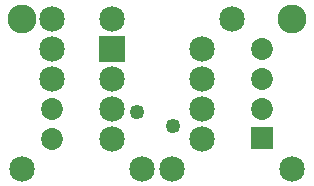
<source format=gbs>
G04 MADE WITH FRITZING*
G04 WWW.FRITZING.ORG*
G04 DOUBLE SIDED*
G04 HOLES PLATED*
G04 CONTOUR ON CENTER OF CONTOUR VECTOR*
%ASAXBY*%
%FSLAX23Y23*%
%MOIN*%
%OFA0B0*%
%SFA1.0B1.0*%
%ADD10C,0.049370*%
%ADD11C,0.096614*%
%ADD12C,0.085000*%
%ADD13C,0.072992*%
%ADD14R,0.085000X0.085000*%
%ADD15R,0.072992X0.072992*%
%ADD16C,0.025748*%
%LNMASK0*%
G90*
G70*
G54D10*
X444Y252D03*
X564Y204D03*
G54D11*
X960Y562D03*
X60Y562D03*
G54D12*
X360Y462D03*
X660Y462D03*
X360Y362D03*
X660Y362D03*
X360Y262D03*
X660Y262D03*
X360Y162D03*
X660Y162D03*
G54D13*
X860Y164D03*
X860Y262D03*
G54D12*
X560Y62D03*
X960Y62D03*
X360Y562D03*
X760Y562D03*
X160Y562D03*
X160Y462D03*
X160Y362D03*
X60Y62D03*
X460Y62D03*
G54D13*
X160Y261D03*
X160Y162D03*
X860Y461D03*
X860Y362D03*
G54D14*
X360Y462D03*
G54D15*
X860Y164D03*
G54D16*
G36*
X137Y237D02*
X137Y284D01*
X184Y284D01*
X184Y237D01*
X137Y237D01*
G37*
D02*
G36*
X837Y437D02*
X837Y484D01*
X884Y484D01*
X884Y437D01*
X837Y437D01*
G37*
D02*
G04 End of Mask0*
M02*
</source>
